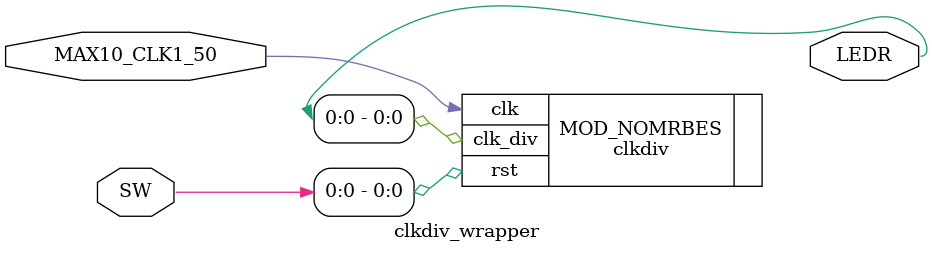
<source format=v>
module clkdiv_wrapper #(parameter FREQ = 1)
(
	input MAX10_CLK1_50,
	input [9:0] SW,
	output [9:0] LEDR
);

clkdiv #(.FREQ(FREQ)) MOD_NOMRBES(
	.clk(MAX10_CLK1_50),
	.rst(SW[0]),
	.clk_div(LEDR[0])
);

endmodule
</source>
